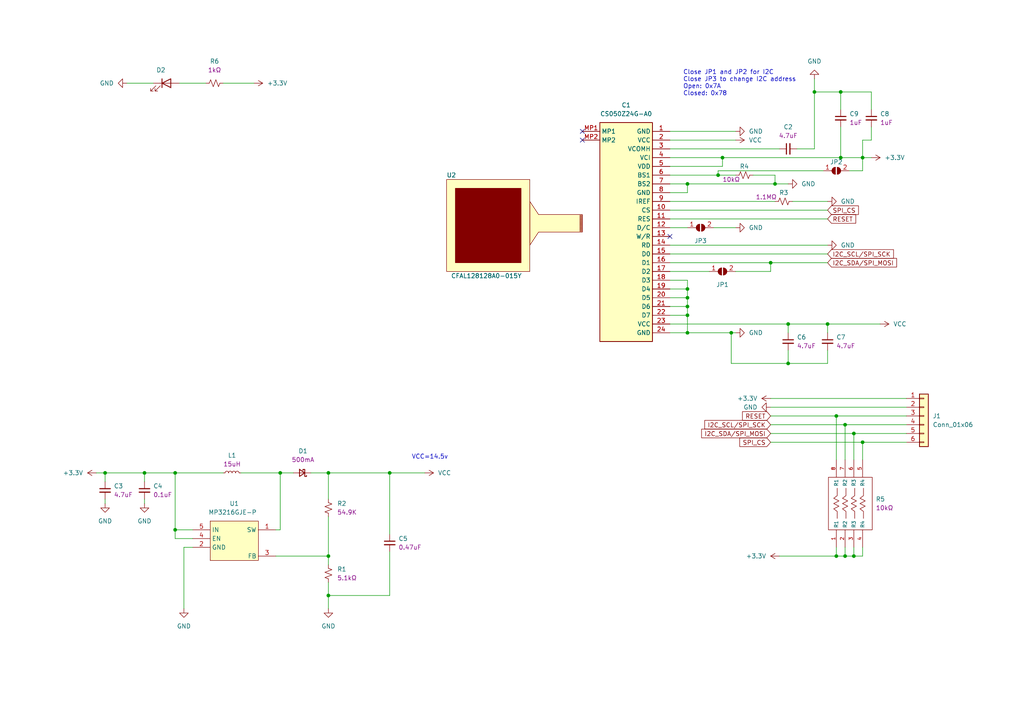
<source format=kicad_sch>
(kicad_sch (version 20230121) (generator eeschema)
  (paper "A4")
  (lib_symbols
    (symbol "Connector_Generic:Conn_01x06" (pin_names (offset 1.016) hide)
      (property "Reference" "J" (at 0 7.62 0))
      (property "Value" "Conn_01x06" (at 0 -10.16 0))
      (symbol "Conn_01x06_1_1"
        (rectangle (start -1.27 -7.493) (end 0 -7.747) (stroke (width 0.1524)))
        (rectangle (start -1.27 -4.953) (end 0 -5.207) (stroke (width 0.1524)))
        (rectangle (start -1.27 -2.413) (end 0 -2.667) (stroke (width 0.1524)))
        (rectangle (start -1.27 0.127) (end 0 -0.127) (stroke (width 0.1524)))
        (rectangle (start -1.27 2.667) (end 0 2.413) (stroke (width 0.1524)))
        (rectangle (start -1.27 5.207) (end 0 4.953) (stroke (width 0.1524)))
        (rectangle (start -1.27 6.35) (end 1.27 -8.89) (stroke (width 0.254)) (fill (type background)))
        (pin passive line (at -5.08 5.08 0) (length 3.81) (name "Pin_1") (number "1"))
        (pin passive line (at -5.08 2.54 0) (length 3.81) (name "Pin_2") (number "2"))
        (pin passive line (at -5.08 0 0) (length 3.81) (name "Pin_3") (number "3"))
        (pin passive line (at -5.08 -2.54 0) (length 3.81) (name "Pin_4") (number "4"))
        (pin passive line (at -5.08 -5.08 0) (length 3.81) (name "Pin_5") (number "5"))
        (pin passive line (at -5.08 -7.62 0) (length 3.81) (name "Pin_6") (number "6"))
      )
    )
    (symbol "Jumper:SolderJumper_2_Open" (pin_names (offset 0) hide)
      (property "Reference" "JP" (at 0 2.032 0))
      (property "Value" "SolderJumper_2_Open" (at 0 -2.54 0))
      (symbol "SolderJumper_2_Open_0_1"
        (arc (start -0.254 1.016) (mid -1.2656 0) (end -0.254 -1.016))
        (arc (start -0.254 1.016) (mid -1.2656 0) (end -0.254 -1.016) (fill (type outline)))
        (polyline (pts (xy -0.254 1.016) (xy -0.254 -1.016)))
        (polyline (pts (xy 0.254 1.016) (xy 0.254 -1.016)))
        (arc (start 0.254 -1.016) (mid 1.2656 0) (end 0.254 1.016))
        (arc (start 0.254 -1.016) (mid 1.2656 0) (end 0.254 1.016) (fill (type outline)))
      )
      (symbol "SolderJumper_2_Open_1_1"
        (pin passive line (at -3.81 0 0) (length 2.54) (name "A") (number "1"))
        (pin passive line (at 3.81 0 180) (length 2.54) (name "B") (number "2"))
      )
    )
    (symbol "downloaded_parts:B0540WS-TP" (pin_numbers hide) (pin_names (offset 0.254) hide)
      (property "Reference" "D" (at -1.27 2.032 0))
      (property "Current" "500mA" (at 0 -2.54 0))
      (symbol "B0540WS-TP_0_1"
        (polyline (pts (xy -0.762 0) (xy 0.762 0)))
        (polyline (pts (xy 0.762 -1.016) (xy -0.762 0) (xy 0.762 1.016) (xy 0.762 -1.016)) (stroke (width 0.254)))
        (polyline (pts (xy -1.27 0.762) (xy -1.27 1.016) (xy -0.762 1.016) (xy -0.762 -1.016) (xy -0.254 -1.016) (xy -0.254 -0.762)) (stroke (width 0.254)))
      )
      (symbol "B0540WS-TP_1_1"
        (pin passive line (at -2.54 0 0) (length 1.778) (name "K") (number "1"))
        (pin passive line (at 2.54 0 180) (length 1.778) (name "A") (number "2"))
      )
    )
    (symbol "downloaded_parts:CFAL128128A0-015Y"
      (property "Reference" "U" (at -15.24 7.62 0))
      (property "Value" "CFAL128128A0-015Y" (at 0 0 0))
      (symbol "CFAL128128A0-015Y_1_1"
        (rectangle (start -13.97 5.08) (end 12.7 -19.05) (fill (type background)))
        (rectangle (start -11.43 2.54) (end 10.16 -16.51) (fill (type outline)))
        (polyline (pts (xy -2.286 -34.29) (xy -2.286 -33.528)))
        (polyline (pts (xy -2.032 -34.29) (xy -2.032 -33.528)))
        (polyline (pts (xy -1.778 -34.29) (xy -1.778 -33.528)))
        (polyline (pts (xy -1.524 -34.29) (xy -1.524 -33.528)))
        (polyline (pts (xy -1.27 -34.29) (xy -1.27 -33.528)))
        (polyline (pts (xy -1.016 -34.29) (xy -1.016 -33.528)))
        (polyline (pts (xy -0.762 -34.29) (xy -0.762 -33.528)))
        (polyline (pts (xy -0.508 -34.29) (xy -0.508 -33.528)))
        (polyline (pts (xy -0.254 -34.29) (xy -0.254 -33.528)))
        (polyline (pts (xy 0 -34.29) (xy 0 -33.528)))
        (polyline (pts (xy 0.254 -34.29) (xy 0.254 -33.528)))
        (polyline (pts (xy 0.508 -34.29) (xy 0.508 -33.528)))
        (polyline (pts (xy 0.762 -34.29) (xy 0.762 -33.528)))
        (polyline (pts (xy 1.016 -34.29) (xy 1.016 -33.528)))
        (polyline (pts (xy 1.27 -34.29) (xy 1.27 -33.528)))
        (polyline (pts (xy 1.524 -34.29) (xy 1.524 -33.528)))
        (polyline (pts (xy 1.778 -34.29) (xy 1.778 -33.528)))
        (polyline (pts (xy 2.032 -34.29) (xy 2.032 -33.528)))
        (polyline (pts (xy 2.286 -34.29) (xy 2.286 -33.528)))
        (polyline (pts (xy -6.35 -19.05) (xy -2.54 -21.59) (xy -2.54 -34.29) (xy 2.54 -34.29) (xy 2.54 -21.59) (xy 6.35 -19.05) (xy -6.35 -19.05)) (fill (type background)))
      )
    )
    (symbol "downloaded_parts:CL21A475KAQNNNE" (pin_numbers hide) (pin_names (offset 0.254) hide)
      (property "Reference" "C" (at 2.794 1.778 0))
      (property "Capacitance" "4.7uF" (at 5.08 0 0))
      (symbol "CL21A475KAQNNNE_0_1"
        (polyline (pts (xy -1.524 -0.508) (xy 1.524 -0.508)) (stroke (width 0.3302)))
        (polyline (pts (xy -1.524 0.508) (xy 1.524 0.508)) (stroke (width 0.3048)))
      )
      (symbol "CL21A475KAQNNNE_1_1"
        (pin passive line (at 0 2.54 270) (length 2.032) (name "~") (number "1"))
        (pin passive line (at 0 -2.54 90) (length 2.032) (name "~") (number "2"))
      )
    )
    (symbol "downloaded_parts:CL21B104KBCNNNC" (pin_numbers hide) (pin_names (offset 0.254) hide)
      (property "Reference" "C" (at 2.794 1.778 0))
      (property "Capacitance" "0.1uF" (at 5.08 0 0))
      (symbol "CL21B104KBCNNNC_0_1"
        (polyline (pts (xy -1.524 -0.508) (xy 1.524 -0.508)) (stroke (width 0.3302)))
        (polyline (pts (xy -1.524 0.508) (xy 1.524 0.508)) (stroke (width 0.3048)))
      )
      (symbol "CL21B104KBCNNNC_1_1"
        (pin passive line (at 0 2.54 270) (length 2.032) (name "~") (number "1"))
        (pin passive line (at 0 -2.54 90) (length 2.032) (name "~") (number "2"))
      )
    )
    (symbol "downloaded_parts:CL21B105KBFNNNG" (pin_numbers hide) (pin_names (offset 0.254) hide)
      (property "Reference" "C" (at 2.794 1.778 0))
      (property "Capacitance" "1uF" (at 5.08 0 0))
      (symbol "CL21B105KBFNNNG_0_1"
        (polyline (pts (xy -1.524 -0.508) (xy 1.524 -0.508)) (stroke (width 0.3302)))
        (polyline (pts (xy -1.524 0.508) (xy 1.524 0.508)) (stroke (width 0.3048)))
      )
      (symbol "CL21B105KBFNNNG_1_1"
        (pin passive line (at 0 2.54 270) (length 2.032) (name "~") (number "1"))
        (pin passive line (at 0 -2.54 90) (length 2.032) (name "~") (number "2"))
      )
    )
    (symbol "downloaded_parts:CS050Z24G-A0"
      (property "Reference" "C1" (at 12.7 7.62 0))
      (property "Value" "CS050Z24G-A0" (at 12.7 5.08 0))
      (symbol "CS050Z24G-A0_1_1"
        (rectangle (start 5.08 2.54) (end 20.32 -60.96) (stroke (width 0.254)) (fill (type background)))
        (pin passive line (at 25.4 0 180) (length 5.08) (name "GND") (number "1"))
        (pin passive line (at 25.4 -22.86 180) (length 5.08) (name "CS") (number "10"))
        (pin passive line (at 25.4 -25.4 180) (length 5.08) (name "RES") (number "11"))
        (pin passive line (at 25.4 -27.94 180) (length 5.08) (name "D/C") (number "12"))
        (pin passive line (at 25.4 -30.48 180) (length 5.08) (name "W/R") (number "13"))
        (pin passive line (at 25.4 -33.02 180) (length 5.08) (name "RD") (number "14"))
        (pin passive line (at 25.4 -35.56 180) (length 5.08) (name "D0") (number "15"))
        (pin passive line (at 25.4 -38.1 180) (length 5.08) (name "D1") (number "16"))
        (pin passive line (at 25.4 -40.64 180) (length 5.08) (name "D2") (number "17"))
        (pin passive line (at 25.4 -43.18 180) (length 5.08) (name "D3") (number "18"))
        (pin passive line (at 25.4 -45.72 180) (length 5.08) (name "D4") (number "19"))
        (pin passive line (at 25.4 -2.54 180) (length 5.08) (name "VCC") (number "2"))
        (pin passive line (at 25.4 -48.26 180) (length 5.08) (name "D5") (number "20"))
        (pin passive line (at 25.4 -50.8 180) (length 5.08) (name "D6") (number "21"))
        (pin passive line (at 25.4 -53.34 180) (length 5.08) (name "D7") (number "22"))
        (pin passive line (at 25.4 -55.88 180) (length 5.08) (name "VCC") (number "23"))
        (pin passive line (at 25.4 -58.42 180) (length 5.08) (name "GND") (number "24"))
        (pin passive line (at 25.4 -5.08 180) (length 5.08) (name "VCOMH") (number "3"))
        (pin passive line (at 25.4 -7.62 180) (length 5.08) (name "VCI") (number "4"))
        (pin passive line (at 25.4 -10.16 180) (length 5.08) (name "VDD") (number "5"))
        (pin passive line (at 25.4 -12.7 180) (length 5.08) (name "BS1") (number "6"))
        (pin passive line (at 25.4 -15.24 180) (length 5.08) (name "BS2") (number "7"))
        (pin passive line (at 25.4 -17.78 180) (length 5.08) (name "GND") (number "8"))
        (pin passive line (at 25.4 -20.32 180) (length 5.08) (name "IREF") (number "9"))
        (pin passive line (at 0 0 0) (length 5.08) (name "MP1") (number "MP1"))
        (pin passive line (at 0 -2.54 0) (length 5.08) (name "MP2") (number "MP2"))
      )
    )
    (symbol "downloaded_parts:MP3216GJE-P"
      (property "Reference" "U1" (at -0.635 12.7 0))
      (property "Value" "MP3216GJE-P " (at -0.635 10.16 0))
      (symbol "MP3216GJE-P_1_1"
        (rectangle (start -7.62 7.62) (end 6.35 -3.81) (fill (type background)))
        (pin output line (at 11.43 5.08 180) (length 5.08) (name "SW") (number "1"))
        (pin power_in line (at -12.7 0 0) (length 5.08) (name "GND") (number "2"))
        (pin input line (at 11.43 -2.54 180) (length 5.08) (name "FB") (number "3"))
        (pin input line (at -12.7 2.54 0) (length 5.08) (name "EN") (number "4"))
        (pin input line (at -12.7 5.08 0) (length 5.08) (name "IN") (number "5"))
      )
    )
    (symbol "downloaded_parts:QBLP615-R" (pin_numbers hide) (pin_names (offset 1.016) hide)
      (property "Reference" "D" (at 0 2.54 0))
      (symbol "QBLP615-R_0_1"
        (polyline (pts (xy -1.27 -1.27) (xy -1.27 1.27)) (stroke (width 0.254)))
        (polyline (pts (xy -1.27 0) (xy 1.27 0)))
        (polyline (pts (xy 1.27 -1.27) (xy 1.27 1.27) (xy -1.27 0) (xy 1.27 -1.27)) (stroke (width 0.254)))
        (polyline (pts (xy -3.048 -0.762) (xy -4.572 -2.286) (xy -3.81 -2.286) (xy -4.572 -2.286) (xy -4.572 -1.524)))
        (polyline (pts (xy -1.778 -0.762) (xy -3.302 -2.286) (xy -2.54 -2.286) (xy -3.302 -2.286) (xy -3.302 -1.524)))
      )
      (symbol "QBLP615-R_1_1"
        (pin passive line (at -3.81 0 0) (length 2.54) (name "K") (number "1"))
        (pin passive line (at 3.81 0 180) (length 2.54) (name "A") (number "2"))
      )
    )
    (symbol "downloaded_parts:RC0805FR-071M1L" (pin_numbers hide) (pin_names (offset 0.254) hide)
      (property "Reference" "R" (at 1.27 2.54 0))
      (property "Resistance" "1.1MΩ" (at 5.08 0 0))
      (symbol "RC0805FR-071M1L_1_1"
        (polyline (pts (xy 0 0) (xy 1.016 -0.381) (xy 0 -0.762) (xy -1.016 -1.143) (xy 0 -1.524)))
        (polyline (pts (xy 0 1.524) (xy 1.016 1.143) (xy 0 0.762) (xy -1.016 0.381) (xy 0 0)))
        (pin passive line (at 0 2.54 270) (length 1.016) (name "~") (number "1"))
        (pin passive line (at 0 -2.54 90) (length 1.016) (name "~") (number "2"))
      )
    )
    (symbol "downloaded_parts:RC0805FR-0754K9L" (pin_numbers hide) (pin_names (offset 0.254) hide)
      (property "Reference" "R" (at 2.032 0.508 0))
      (property "Resistance" "54.9K" (at 3.81 -1.27 0))
      (symbol "RC0805FR-0754K9L_1_1"
        (polyline (pts (xy 0 0) (xy 1.016 -0.381) (xy 0 -0.762) (xy -1.016 -1.143) (xy 0 -1.524)))
        (polyline (pts (xy 0 1.524) (xy 1.016 1.143) (xy 0 0.762) (xy -1.016 0.381) (xy 0 0)))
        (pin passive line (at 0 2.54 270) (length 1.016) (name "~") (number "1"))
        (pin passive line (at 0 -2.54 90) (length 1.016) (name "~") (number "2"))
      )
    )
    (symbol "downloaded_parts:RC0805FR-075K1L" (pin_numbers hide) (pin_names (offset 0.254) hide)
      (property "Reference" "R" (at 1.27 0.508 0))
      (property "Resistance" "5.1kΩ" (at 5.588 0.508 0))
      (symbol "RC0805FR-075K1L_1_1"
        (polyline (pts (xy 0 0) (xy 1.016 -0.381) (xy 0 -0.762) (xy -1.016 -1.143) (xy 0 -1.524)))
        (polyline (pts (xy 0 1.524) (xy 1.016 1.143) (xy 0 0.762) (xy -1.016 0.381) (xy 0 0)))
        (pin passive line (at 0 2.54 270) (length 1.016) (name "~") (number "1"))
        (pin passive line (at 0 -2.54 90) (length 1.016) (name "~") (number "2"))
      )
    )
    (symbol "downloaded_parts:RC0805JR-0710KL" (pin_numbers hide) (pin_names (offset 0.254) hide)
      (property "Reference" "R" (at 1.27 2.54 0))
      (property "Resistance" "10kΩ" (at 5.08 0 0))
      (symbol "RC0805JR-0710KL_1_1"
        (polyline (pts (xy 0 0) (xy 1.016 -0.381) (xy 0 -0.762) (xy -1.016 -1.143) (xy 0 -1.524)))
        (polyline (pts (xy 0 1.524) (xy 1.016 1.143) (xy 0 0.762) (xy -1.016 0.381) (xy 0 0)))
        (pin passive line (at 0 2.54 270) (length 1.016) (name "~") (number "1"))
        (pin passive line (at 0 -2.54 90) (length 1.016) (name "~") (number "2"))
      )
    )
    (symbol "downloaded_parts:RNCP0805FTD1K00" (pin_numbers hide) (pin_names (offset 0.254) hide)
      (property "Reference" "R" (at 1.27 0.508 0))
      (property "Resistance" "1kΩ" (at 5.588 0.508 0))
      (symbol "RNCP0805FTD1K00_1_1"
        (polyline (pts (xy 0 0) (xy 1.016 -0.381) (xy 0 -0.762) (xy -1.016 -1.143) (xy 0 -1.524)))
        (polyline (pts (xy 0 1.524) (xy 1.016 1.143) (xy 0 0.762) (xy -1.016 0.381) (xy 0 0)))
        (pin passive line (at 0 2.54 270) (length 1.016) (name "~") (number "1"))
        (pin passive line (at 0 -2.54 90) (length 1.016) (name "~") (number "2"))
      )
    )
    (symbol "downloaded_parts:SDEM25201B-150MS" (pin_numbers hide) (pin_names (offset 0.254) hide)
      (property "Reference" "L" (at 1.27 2.54 0))
      (property "Inductance" "15uH" (at 3.81 0 0))
      (symbol "SDEM25201B-150MS_0_1"
        (arc (start 0 -2.032) (mid 0.5058 -1.524) (end 0 -1.016))
        (arc (start 0 -1.016) (mid 0.5058 -0.508) (end 0 0))
        (arc (start 0 0) (mid 0.5058 0.508) (end 0 1.016))
        (arc (start 0 1.016) (mid 0.5058 1.524) (end 0 2.032))
      )
      (symbol "SDEM25201B-150MS_1_1"
        (pin passive line (at 0 2.54 270) (length 0.508) (name "~") (number "1"))
        (pin passive line (at 0 -2.54 90) (length 0.508) (name "~") (number "2"))
      )
    )
    (symbol "downloaded_parts:UMK212B7474KG-T" (pin_numbers hide) (pin_names (offset 0.254) hide)
      (property "Reference" "C" (at 2.794 1.778 0))
      (property "Capacitance" "0.47uF" (at 5.08 0 0))
      (symbol "UMK212B7474KG-T_0_1"
        (polyline (pts (xy -1.524 -0.508) (xy 1.524 -0.508)) (stroke (width 0.3302)))
        (polyline (pts (xy -1.524 0.508) (xy 1.524 0.508)) (stroke (width 0.3048)))
      )
      (symbol "UMK212B7474KG-T_1_1"
        (pin passive line (at 0 2.54 270) (length 2.032) (name "~") (number "1"))
        (pin passive line (at 0 -2.54 90) (length 2.032) (name "~") (number "2"))
      )
    )
    (symbol "downloaded_parts:YC124-JR-0710KL"
      (property "Reference" "R" (at -6.35 7.366 0))
      (property "Resistance" "10kΩ" (at 0 -8.382 0))
      (symbol "YC124-JR-0710KL_0_1"
        (rectangle (start -7.62 6.096) (end 7.62 -6.604))
        (polyline (pts (xy -4.318 -4.064) (xy -2.286 -4.064) (xy -1.524 -3.048) (xy -0.762 -4.572) (xy 0 -3.048) (xy 0.762 -4.572) (xy 1.524 -3.048) (xy 2.286 -4.064) (xy 4.445 -4.064)))
        (polyline (pts (xy -4.318 -1.524) (xy -2.286 -1.524) (xy -1.524 -0.508) (xy -0.762 -2.032) (xy 0 -0.508) (xy 0.762 -2.032) (xy 1.524 -0.508) (xy 2.286 -1.524) (xy 4.445 -1.524)))
        (polyline (pts (xy -4.318 1.016) (xy -2.286 1.016) (xy -1.524 2.032) (xy -0.762 0.508) (xy 0 2.032) (xy 0.762 0.508) (xy 1.524 2.032) (xy 2.286 1.016) (xy 4.445 1.016)))
        (polyline (pts (xy -4.318 3.556) (xy -2.286 3.556) (xy -1.524 4.572) (xy -0.762 3.048) (xy 0 4.572) (xy 0.762 3.048) (xy 1.524 4.572) (xy 2.286 3.556) (xy 4.445 3.556)))
      )
      (symbol "YC124-JR-0710KL_1_0"
        (pin bidirectional line (at -12.7 3.81 0) (length 5.08) (name "R1") (number "1"))
        (pin bidirectional line (at -12.7 1.27 0) (length 5.08) (name "R2") (number "2"))
        (pin bidirectional line (at -12.7 -1.27 0) (length 5.08) (name "R3") (number "3"))
        (pin bidirectional line (at -12.7 -3.81 0) (length 5.08) (name "R4") (number "4"))
        (pin bidirectional line (at 12.7 -3.81 180) (length 5.08) (name "R4") (number "5"))
        (pin bidirectional line (at 12.7 -1.27 180) (length 5.08) (name "R3") (number "6"))
        (pin bidirectional line (at 12.7 1.27 180) (length 5.08) (name "R2") (number "7"))
        (pin bidirectional line (at 12.7 3.81 180) (length 5.08) (name "R1") (number "8"))
      )
    )
    (symbol "power:+3.3V" (power) (pin_names (offset 0))
      (property "Value" "+3.3V" (at 0 3.556 0))
      (symbol "+3.3V_0_1"
        (polyline (pts (xy -0.762 1.27) (xy 0 2.54)))
        (polyline (pts (xy 0 0) (xy 0 2.54)))
        (polyline (pts (xy 0 2.54) (xy 0.762 1.27)))
      )
      (symbol "+3.3V_1_1"
        (pin power_in line (at 0 0 90) (length 0) hide (name "+3.3V") (number "1"))
      )
    )
    (symbol "power:GND" (power) (pin_names (offset 0))
      (property "Value" "GND" (at 0 -3.81 0))
      (symbol "GND_0_1"
        (polyline (pts (xy 0 0) (xy 0 -1.27) (xy 1.27 -1.27) (xy 0 -2.54) (xy -1.27 -1.27) (xy 0 -1.27)))
      )
      (symbol "GND_1_1"
        (pin power_in line (at 0 0 270) (length 0) hide (name "GND") (number "1"))
      )
    )
    (symbol "power:VCC" (power) (pin_names (offset 0))
      (property "Value" "VCC" (at 0 3.81 0))
      (symbol "VCC_0_1"
        (polyline (pts (xy -0.762 1.27) (xy 0 2.54)))
        (polyline (pts (xy 0 0) (xy 0 2.54)))
        (polyline (pts (xy 0 2.54) (xy 0.762 1.27)))
      )
      (symbol "VCC_1_1"
        (pin power_in line (at 0 0 90) (length 0) hide (name "VCC") (number "1"))
      )
    )
  )
  (junction (at 242.57 161.29))
  (junction (at 95.25 161.29))
  (junction (at 81.28 137.16))
  (junction (at 245.11 123.19))
  (junction (at 243.84 45.72))
  (junction (at 212.09 96.52))
  (junction (at 243.84 26.67))
  (junction (at 250.19 45.72))
  (junction (at 199.39 86.36))
  (junction (at 224.79 53.34))
  (junction (at 223.52 76.2))
  (junction (at 250.19 128.27))
  (junction (at 236.22 26.67))
  (junction (at 245.11 161.29))
  (junction (at 208.28 50.8))
  (junction (at 95.25 172.72))
  (junction (at 228.6 105.41))
  (junction (at 199.39 96.52))
  (junction (at 113.03 137.16))
  (junction (at 240.03 93.98))
  (junction (at 247.65 161.29))
  (junction (at 199.39 83.82))
  (junction (at 50.8 137.16))
  (junction (at 95.25 137.16))
  (junction (at 199.39 88.9))
  (junction (at 50.8 153.67))
  (junction (at 247.65 125.73))
  (junction (at 199.39 91.44))
  (junction (at 199.39 53.34))
  (junction (at 41.91 137.16))
  (junction (at 209.55 45.72))
  (junction (at 242.57 120.65))
  (junction (at 30.48 137.16))
  (junction (at 228.6 93.98))
  (no_connect (at 168.91 38.1))
  (no_connect (at 194.31 68.58))
  (no_connect (at 168.91 40.64))
  (wire (pts (xy 50.8 137.16) (xy 64.77 137.16)))
  (wire (pts (xy 194.31 45.72) (xy 209.55 45.72)))
  (wire (pts (xy 250.19 45.72) (xy 250.19 40.64)))
  (wire (pts (xy 53.34 158.75) (xy 53.34 176.53)))
  (wire (pts (xy 242.57 120.65) (xy 262.89 120.65)))
  (wire (pts (xy 95.25 149.86) (xy 95.25 161.29)))
  (wire (pts (xy 194.31 43.18) (xy 226.06 43.18)))
  (wire (pts (xy 250.19 49.53) (xy 250.19 45.72)))
  (wire (pts (xy 218.44 50.8) (xy 224.79 50.8)))
  (wire (pts (xy 36.83 24.13) (xy 44.45 24.13)))
  (wire (pts (xy 199.39 83.82) (xy 199.39 86.36)))
  (wire (pts (xy 194.31 53.34) (xy 199.39 53.34)))
  (wire (pts (xy 80.01 153.67) (xy 81.28 153.67)))
  (wire (pts (xy 199.39 53.34) (xy 224.79 53.34)))
  (wire (pts (xy 243.84 45.72) (xy 250.19 45.72)))
  (wire (pts (xy 194.31 63.5) (xy 240.03 63.5)))
  (wire (pts (xy 247.65 125.73) (xy 247.65 133.35)))
  (wire (pts (xy 194.31 78.74) (xy 205.74 78.74)))
  (wire (pts (xy 245.11 158.75) (xy 245.11 161.29)))
  (wire (pts (xy 52.07 24.13) (xy 59.69 24.13)))
  (wire (pts (xy 228.6 105.41) (xy 212.09 105.41)))
  (wire (pts (xy 231.14 43.18) (xy 236.22 43.18)))
  (wire (pts (xy 223.52 120.65) (xy 242.57 120.65)))
  (wire (pts (xy 194.31 88.9) (xy 199.39 88.9)))
  (wire (pts (xy 113.03 137.16) (xy 123.19 137.16)))
  (wire (pts (xy 199.39 96.52) (xy 212.09 96.52)))
  (wire (pts (xy 194.31 91.44) (xy 199.39 91.44)))
  (wire (pts (xy 90.17 137.16) (xy 95.25 137.16)))
  (wire (pts (xy 208.28 49.53) (xy 208.28 50.8)))
  (wire (pts (xy 27.94 137.16) (xy 30.48 137.16)))
  (wire (pts (xy 223.52 128.27) (xy 250.19 128.27)))
  (wire (pts (xy 250.19 128.27) (xy 262.89 128.27)))
  (wire (pts (xy 242.57 161.29) (xy 245.11 161.29)))
  (wire (pts (xy 194.31 71.12) (xy 240.03 71.12)))
  (wire (pts (xy 194.31 83.82) (xy 199.39 83.82)))
  (wire (pts (xy 242.57 158.75) (xy 242.57 161.29)))
  (wire (pts (xy 194.31 48.26) (xy 209.55 48.26)))
  (wire (pts (xy 229.87 58.42) (xy 240.03 58.42)))
  (wire (pts (xy 30.48 137.16) (xy 30.48 139.7)))
  (wire (pts (xy 240.03 93.98) (xy 240.03 96.52)))
  (wire (pts (xy 95.25 172.72) (xy 113.03 172.72)))
  (wire (pts (xy 41.91 137.16) (xy 41.91 139.7)))
  (wire (pts (xy 64.77 24.13) (xy 73.66 24.13)))
  (wire (pts (xy 194.31 55.88) (xy 199.39 55.88)))
  (wire (pts (xy 194.31 86.36) (xy 199.39 86.36)))
  (wire (pts (xy 194.31 81.28) (xy 199.39 81.28)))
  (wire (pts (xy 236.22 26.67) (xy 243.84 26.67)))
  (wire (pts (xy 243.84 31.75) (xy 243.84 26.67)))
  (wire (pts (xy 208.28 50.8) (xy 213.36 50.8)))
  (wire (pts (xy 247.65 125.73) (xy 262.89 125.73)))
  (wire (pts (xy 81.28 137.16) (xy 81.28 153.67)))
  (wire (pts (xy 95.25 137.16) (xy 113.03 137.16)))
  (wire (pts (xy 95.25 168.91) (xy 95.25 172.72)))
  (wire (pts (xy 95.25 137.16) (xy 95.25 144.78)))
  (wire (pts (xy 228.6 93.98) (xy 228.6 96.52)))
  (wire (pts (xy 226.06 161.29) (xy 242.57 161.29)))
  (wire (pts (xy 30.48 144.78) (xy 30.48 146.05)))
  (wire (pts (xy 30.48 137.16) (xy 41.91 137.16)))
  (wire (pts (xy 50.8 153.67) (xy 50.8 156.21)))
  (wire (pts (xy 209.55 48.26) (xy 209.55 45.72)))
  (wire (pts (xy 228.6 101.6) (xy 228.6 105.41)))
  (wire (pts (xy 199.39 81.28) (xy 199.39 83.82)))
  (wire (pts (xy 194.31 60.96) (xy 240.03 60.96)))
  (wire (pts (xy 194.31 73.66) (xy 240.03 73.66)))
  (wire (pts (xy 113.03 137.16) (xy 113.03 154.94)))
  (wire (pts (xy 199.39 86.36) (xy 199.39 88.9)))
  (wire (pts (xy 236.22 26.67) (xy 236.22 43.18)))
  (wire (pts (xy 252.73 26.67) (xy 243.84 26.67)))
  (wire (pts (xy 228.6 93.98) (xy 240.03 93.98)))
  (wire (pts (xy 199.39 88.9) (xy 199.39 91.44)))
  (wire (pts (xy 240.03 105.41) (xy 228.6 105.41)))
  (wire (pts (xy 252.73 40.64) (xy 252.73 36.83)))
  (wire (pts (xy 246.38 49.53) (xy 250.19 49.53)))
  (wire (pts (xy 223.52 125.73) (xy 247.65 125.73)))
  (wire (pts (xy 199.39 91.44) (xy 199.39 96.52)))
  (wire (pts (xy 95.25 161.29) (xy 95.25 163.83)))
  (wire (pts (xy 243.84 36.83) (xy 243.84 45.72)))
  (wire (pts (xy 194.31 58.42) (xy 224.79 58.42)))
  (wire (pts (xy 194.31 38.1) (xy 213.36 38.1)))
  (wire (pts (xy 207.01 66.04) (xy 213.36 66.04)))
  (wire (pts (xy 240.03 93.98) (xy 255.27 93.98)))
  (wire (pts (xy 245.11 161.29) (xy 247.65 161.29)))
  (wire (pts (xy 194.31 96.52) (xy 199.39 96.52)))
  (wire (pts (xy 236.22 22.86) (xy 236.22 26.67)))
  (wire (pts (xy 209.55 45.72) (xy 243.84 45.72)))
  (wire (pts (xy 194.31 66.04) (xy 199.39 66.04)))
  (wire (pts (xy 250.19 40.64) (xy 252.73 40.64)))
  (wire (pts (xy 50.8 153.67) (xy 50.8 137.16)))
  (wire (pts (xy 223.52 76.2) (xy 240.03 76.2)))
  (wire (pts (xy 223.52 118.11) (xy 262.89 118.11)))
  (wire (pts (xy 50.8 156.21) (xy 55.88 156.21)))
  (wire (pts (xy 194.31 40.64) (xy 213.36 40.64)))
  (wire (pts (xy 113.03 160.02) (xy 113.03 172.72)))
  (wire (pts (xy 250.19 45.72) (xy 252.73 45.72)))
  (wire (pts (xy 250.19 128.27) (xy 250.19 133.35)))
  (wire (pts (xy 223.52 115.57) (xy 262.89 115.57)))
  (wire (pts (xy 55.88 153.67) (xy 50.8 153.67)))
  (wire (pts (xy 69.85 137.16) (xy 81.28 137.16)))
  (wire (pts (xy 194.31 93.98) (xy 228.6 93.98)))
  (wire (pts (xy 224.79 50.8) (xy 224.79 53.34)))
  (wire (pts (xy 223.52 78.74) (xy 223.52 76.2)))
  (wire (pts (xy 41.91 144.78) (xy 41.91 146.05)))
  (wire (pts (xy 212.09 105.41) (xy 212.09 96.52)))
  (wire (pts (xy 245.11 123.19) (xy 262.89 123.19)))
  (wire (pts (xy 212.09 96.52) (xy 213.36 96.52)))
  (wire (pts (xy 194.31 76.2) (xy 223.52 76.2)))
  (wire (pts (xy 199.39 53.34) (xy 199.39 55.88)))
  (wire (pts (xy 41.91 137.16) (xy 50.8 137.16)))
  (wire (pts (xy 224.79 53.34) (xy 228.6 53.34)))
  (wire (pts (xy 238.76 49.53) (xy 208.28 49.53)))
  (wire (pts (xy 245.11 123.19) (xy 245.11 133.35)))
  (wire (pts (xy 80.01 161.29) (xy 95.25 161.29)))
  (wire (pts (xy 194.31 50.8) (xy 208.28 50.8)))
  (wire (pts (xy 213.36 78.74) (xy 223.52 78.74)))
  (wire (pts (xy 242.57 120.65) (xy 242.57 133.35)))
  (wire (pts (xy 95.25 172.72) (xy 95.25 176.53)))
  (wire (pts (xy 81.28 137.16) (xy 85.09 137.16)))
  (wire (pts (xy 223.52 123.19) (xy 245.11 123.19)))
  (wire (pts (xy 250.19 158.75) (xy 250.19 161.29)))
  (wire (pts (xy 247.65 161.29) (xy 250.19 161.29)))
  (wire (pts (xy 247.65 161.29) (xy 247.65 158.75)))
  (wire (pts (xy 240.03 101.6) (xy 240.03 105.41)))
  (wire (pts (xy 252.73 31.75) (xy 252.73 26.67)))
  (wire (pts (xy 55.88 158.75) (xy 53.34 158.75)))
  (text "VCC=14.5v" (at 119.38 133.35 0) (effects (font (size 1.27 1.27)) (justify left bottom)))
  (text "Close JP1 and JP2 for I2C\nClose JP3 to change I2C address\nOpen: 0x7A\nClosed: 0x78" (at 198.12 27.94 0) (effects (font (size 1.27 1.27)) (justify left bottom)))
  (global_label "I2C_SDA{slash}SPI_MOSI" (shape input) (at 240.03 76.2 0) (property "Intersheetrefs" "${INTERSHEET_REFS}" (effects hide)))
  (global_label "I2C_SCL{slash}SPI_SCK" (shape input) (at 240.03 73.66 0) (property "Intersheetrefs" "${INTERSHEET_REFS}" (effects hide)))
  (global_label "I2C_SDA{slash}SPI_MOSI" (shape input) (at 223.52 125.73 180) (property "Intersheetrefs" "${INTERSHEET_REFS}" (effects hide)))
  (global_label "I2C_SCL{slash}SPI_SCK" (shape input) (at 223.52 123.19 180) (property "Intersheetrefs" "${INTERSHEET_REFS}" (effects hide)))
  (global_label "RESET" (shape input) (at 223.52 120.65 180) (property "Intersheetrefs" "${INTERSHEET_REFS}" (effects hide)))
  (global_label "RESET" (shape input) (at 240.03 63.5 0) (property "Intersheetrefs" "${INTERSHEET_REFS}" (effects hide)))
  (global_label "SPI_CS" (shape input) (at 240.03 60.96 0) (property "Intersheetrefs" "${INTERSHEET_REFS}" (effects hide)))
  (global_label "SPI_CS" (shape input) (at 223.52 128.27 180) (property "Intersheetrefs" "${INTERSHEET_REFS}" (effects hide)))
  (symbol (lib_id "power:GND") (at 36.83 24.13 270) (unit 1)
    (property "Reference" "#PWR021" (effects hide))
    (property "Value" "GND" (at 33.02 24.13 90) (effects (justify right)))
  )
  (symbol (lib_id "downloaded_parts:MP3216GJE-P") (at 68.58 158.75 0) (unit 1)
    (property "Reference" "U1" (at 67.945 146.05 0))
    (property "Value" "MP3216GJE-P " (at 67.945 148.59 0))
    (property "Footprint" "Package_TO_SOT_SMD:SOT-23-5" (effects hide))
    (property "Datasheet" "https://www.mouser.com/datasheet/2/277/MP3216-2945682.pdf" (effects hide))
    (property "Input voltage" "2.5-6v" (effects hide))
    (property "Output voltage" "0-36v" (effects hide))
    (property "Output Current" "750mA" (effects hide))
  )
  (symbol (lib_id "power:VCC") (at 123.19 137.16 270) (unit 1)
    (property "Reference" "#PWR012" (effects hide))
    (property "Value" "VCC" (at 127 137.16 90) (effects (justify left)))
  )
  (symbol (lib_id "power:GND") (at 213.36 96.52 90) (unit 1)
    (property "Reference" "#PWR02" (effects hide))
    (property "Value" "GND" (at 217.17 96.52 90) (effects (justify right)))
  )
  (symbol (lib_id "Jumper:SolderJumper_2_Open") (at 203.2 66.04 0) (unit 1)
    (property "Reference" "JP3" (at 203.2 69.85 0))
    (property "Value" "SolderJumper_2_Open" (effects hide))
    (property "Footprint" "Jumper:SolderJumper-2_P1.3mm_Open_RoundedPad1.0x1.5mm" (effects hide))
  )
  (symbol (lib_id "power:GND") (at 30.48 146.05 0) (unit 1)
    (property "Reference" "#PWR07" (effects hide))
    (property "Value" "GND" (at 30.48 151.13 0))
  )
  (symbol (lib_id "Jumper:SolderJumper_2_Open") (at 209.55 78.74 0) (unit 1)
    (property "Reference" "JP1" (at 209.55 82.55 0))
    (property "Value" "SolderJumper_2_Open" (effects hide))
    (property "Footprint" "Jumper:SolderJumper-2_P1.3mm_Open_RoundedPad1.0x1.5mm" (effects hide))
  )
  (symbol (lib_id "downloaded_parts:RC0805JR-0710KL") (at 215.9 50.8 90) (unit 1)
    (property "Reference" "R4" (at 215.9 48.26 90))
    (property "Value" "RC0805JR-0710KL" (effects hide))
    (property "Footprint" "Resistor_SMD:R_0805_2012Metric_Pad1.20x1.40mm_HandSolder" (effects hide))
    (property "Datasheet" "https://www.yageo.com/upload/media/product/productsearch/datasheet/rchip/PYu-RC_Group_51_RoHS_L_12.pdf" (effects hide))
    (property "Resistance" "10kΩ" (at 212.09 52.07 90))
  )
  (symbol (lib_id "power:GND") (at 213.36 38.1 90) (unit 1)
    (property "Reference" "#PWR01" (effects hide))
    (property "Value" "GND" (at 217.17 38.1 90) (effects (justify right)))
  )
  (symbol (lib_id "power:+3.3V") (at 223.52 115.57 90) (unit 1)
    (property "Reference" "#PWR017" (effects hide))
    (property "Value" "+3.3V" (at 219.71 115.57 90) (effects (justify left)))
  )
  (symbol (lib_id "power:GND") (at 240.03 71.12 90) (unit 1)
    (property "Reference" "#PWR015" (effects hide))
    (property "Value" "GND" (at 243.84 71.12 90) (effects (justify right)))
  )
  (symbol (lib_id "downloaded_parts:RC0805FR-0754K9L") (at 95.25 147.32 0) (unit 1)
    (property "Reference" "R2" (at 97.79 146.05 0) (effects (justify left)))
    (property "Value" "RC0805FR-0754K9L" (effects hide))
    (property "Footprint" "Resistor_SMD:R_0805_2012Metric_Pad1.20x1.40mm_HandSolder" (effects hide))
    (property "Datasheet" "https://www.yageo.com/upload/media/product/productsearch/datasheet/rchip/PYu-RC_Group_51_RoHS_L_12.pdf" (effects hide))
    (property "Resistance" "54.9K" (at 97.79 148.59 0) (effects (justify left)))
  )
  (symbol (lib_id "downloaded_parts:CL21A475KAQNNNE") (at 228.6 99.06 0) (unit 1)
    (property "Reference" "C6" (at 231.14 97.7963 0) (effects (justify left)))
    (property "Value" "CL21A475KAQNNNE" (effects hide))
    (property "Footprint" "dowloaded_parts:0805_cap" (effects hide))
    (property "Datasheet" "https://media.digikey.com/pdf/Data%20Sheets/Samsung%20PDFs/CL21A106KOQNNNE_Spec.pdf" (effects hide))
    (property "Capacitance" "4.7uF" (at 231.14 100.3363 0) (effects (justify left)))
    (property "Tolerance" "10%" (effects hide))
    (property "Voltage" "25v" (effects hide))
  )
  (symbol (lib_id "power:VCC") (at 255.27 93.98 270) (unit 1)
    (property "Reference" "#PWR03" (effects hide))
    (property "Value" "VCC" (at 259.08 93.98 90) (effects (justify left)))
  )
  (symbol (lib_id "downloaded_parts:B0540WS-TP") (at 87.63 137.16 180) (unit 1)
    (property "Reference" "D1" (at 87.884 130.81 0))
    (property "Value" "B0540WS-TP" (effects hide))
    (property "Footprint" "Diode_SMD:D_SOD-323_HandSoldering" (effects hide))
    (property "Datasheet" "https://www.mccsemi.com/pdf/Products/SS12E-SS110E(SMAE).PDF" (effects hide))
    (property "Current" "500mA" (at 87.884 133.35 0))
    (property "Voltage" "40V" (effects hide))
  )
  (symbol (lib_id "downloaded_parts:YC124-JR-0710KL") (at 246.38 146.05 90) (unit 1)
    (property "Reference" "R5" (at 254 144.78 90) (effects (justify right)))
    (property "Value" "YC124-JR-0710KL" (effects hide))
    (property "Footprint" "dowloaded_parts:Resistor_Array_0805_x4" (effects hide))
    (property "Datasheet" "https://www.yageo.com/upload/media/product/productsearch/datasheet/rchip/PYu-YC_TC_group_51_RoHS_L_9.pdf" (effects hide))
    (property "Resistance" "10kΩ" (at 254 147.32 90) (effects (justify right)))
  )
  (symbol (lib_id "downloaded_parts:CL21A475KAQNNNE") (at 30.48 142.24 0) (unit 1)
    (property "Reference" "C3" (at 33.02 140.9763 0) (effects (justify left)))
    (property "Value" "CL21A475KAQNNNE" (effects hide))
    (property "Footprint" "dowloaded_parts:0805_cap" (effects hide))
    (property "Datasheet" "https://media.digikey.com/pdf/Data%20Sheets/Samsung%20PDFs/CL21A106KOQNNNE_Spec.pdf" (effects hide))
    (property "Capacitance" "4.7uF" (at 33.02 143.5163 0) (effects (justify left)))
    (property "Tolerance" "10%" (effects hide))
    (property "Voltage" "25v" (effects hide))
  )
  (symbol (lib_id "downloaded_parts:RC0805FR-071M1L") (at 227.33 58.42 90) (unit 1)
    (property "Reference" "R3" (at 227.33 55.88 90))
    (property "Value" "RC0805FR-071M1L" (effects hide))
    (property "Footprint" "Resistor_SMD:R_0805_2012Metric_Pad1.20x1.40mm_HandSolder" (effects hide))
    (property "Datasheet" "https://www.yageo.com/upload/media/product/productsearch/datasheet/rchip/PYu-RC_Group_51_RoHS_L_12.pdf" (effects hide))
    (property "Resistance" "1.1MΩ" (at 222.25 57.15 90))
    (property "Store Page" "https://www.digikey.com/en/products/detail/yageo/RC0805FR-134K7L/13694180" (effects hide))
  )
  (symbol (lib_id "power:VCC") (at 213.36 40.64 270) (unit 1)
    (property "Reference" "#PWR04" (effects hide))
    (property "Value" "VCC" (at 217.17 40.64 90) (effects (justify left)))
  )
  (symbol (lib_id "downloaded_parts:RNCP0805FTD1K00") (at 62.23 24.13 90) (unit 1)
    (property "Reference" "R6" (at 62.23 17.78 90))
    (property "Value" "RNCP0805FTD1K00" (effects hide))
    (property "Footprint" "Resistor_SMD:R_0805_2012Metric_Pad1.20x1.40mm_HandSolder" (effects hide))
    (property "Datasheet" "https://www.seielect.com/Catalog/SEI-RNCP.pdf" (effects hide))
    (property "Resistance" "1kΩ" (at 62.23 20.32 90))
    (property "Store Page" "https://www.digikey.com/en/products/detail/stackpole-electronics-inc/RNCP0805FTD1K00/2240229" (effects hide))
  )
  (symbol (lib_id "downloaded_parts:CFAL128128A0-015Y") (at 134.62 64.77 90) (unit 1)
    (property "Reference" "U2" (at 129.54 50.8 90) (effects (justify right)))
    (property "Value" "CFAL128128A0-015Y" (at 130.81 80.01 90) (effects (justify right)))
    (property "Footprint" "dowloaded_parts:CFAL128128A0-015" (effects hide))
    (property "Datasheet" "https://www.crystalfontz.com/products/document/3816/CFAL128128A0-015YDatasheet.pdf" (effects hide))
  )
  (symbol (lib_id "power:+3.3V") (at 226.06 161.29 90) (unit 1)
    (property "Reference" "#PWR020" (effects hide))
    (property "Value" "+3.3V" (at 222.25 161.29 90) (effects (justify left)))
  )
  (symbol (lib_id "downloaded_parts:CL21A475KAQNNNE") (at 228.6 43.18 90) (unit 1)
    (property "Reference" "C2" (at 228.6063 36.83 90))
    (property "Value" "CL21A475KAQNNNE" (effects hide))
    (property "Footprint" "dowloaded_parts:0805_cap" (effects hide))
    (property "Datasheet" "https://media.digikey.com/pdf/Data%20Sheets/Samsung%20PDFs/CL21A106KOQNNNE_Spec.pdf" (effects hide))
    (property "Capacitance" "4.7uF" (at 228.6063 39.37 90))
    (property "Tolerance" "10%" (effects hide))
    (property "Voltage" "25v" (effects hide))
  )
  (symbol (lib_id "power:+3.3V") (at 252.73 45.72 270) (unit 1)
    (property "Reference" "#PWR05" (effects hide))
    (property "Value" "+3.3V" (at 256.54 45.72 90) (effects (justify left)))
  )
  (symbol (lib_id "power:GND") (at 228.6 53.34 90) (unit 1)
    (property "Reference" "#PWR013" (effects hide))
    (property "Value" "GND" (at 232.41 53.34 90) (effects (justify right)))
  )
  (symbol (lib_id "downloaded_parts:CS050Z24G-A0") (at 168.91 38.1 0) (unit 1)
    (property "Reference" "C1" (at 181.61 30.48 0))
    (property "Value" "CS050Z24G-A0" (at 181.61 33.02 0))
    (property "Footprint" "dowloaded_parts:CS050Z24GA0" (effects hide))
    (property "Datasheet" "https://www.crystalfontz.com/products/document/4313/CS050ZxxG-A0mm.PDF" (effects hide))
    (property "Height" "2.1" (effects hide))
    (property "Manufacturer_Name" "Crystalfontz America, Incorporated" (effects hide))
    (property "Manufacturer_Part_Number" "CS050Z24G-A0" (effects hide))
  )
  (symbol (lib_id "power:GND") (at 53.34 176.53 0) (unit 1)
    (property "Reference" "#PWR09" (effects hide))
    (property "Value" "GND" (at 53.34 181.61 0))
  )
  (symbol (lib_id "power:+3.3V") (at 27.94 137.16 90) (unit 1)
    (property "Reference" "#PWR08" (effects hide))
    (property "Value" "+3.3V" (at 24.13 137.16 90) (effects (justify left)))
  )
  (symbol (lib_id "power:GND") (at 236.22 22.86 180) (unit 1)
    (property "Reference" "#PWR06" (effects hide))
    (property "Value" "GND" (at 236.22 17.78 0))
  )
  (symbol (lib_id "power:GND") (at 41.91 146.05 0) (unit 1)
    (property "Reference" "#PWR011" (effects hide))
    (property "Value" "GND" (at 41.91 151.13 0))
  )
  (symbol (lib_id "Connector_Generic:Conn_01x06") (at 267.97 120.65 0) (unit 1)
    (property "Reference" "J1" (at 270.51 120.65 0) (effects (justify left)))
    (property "Value" "Conn_01x06" (at 270.51 123.19 0) (effects (justify left)))
    (property "Footprint" "Connector_PinHeader_2.54mm:PinHeader_1x06_P2.54mm_Vertical" (effects hide))
  )
  (symbol (lib_id "power:GND") (at 223.52 118.11 270) (unit 1)
    (property "Reference" "#PWR018" (effects hide))
    (property "Value" "GND" (at 219.71 118.11 90) (effects (justify right)))
  )
  (symbol (lib_id "downloaded_parts:CL21B105KBFNNNG") (at 252.73 34.29 0) (unit 1)
    (property "Reference" "C8" (at 255.27 33.0263 0) (effects (justify left)))
    (property "Value" "CL21B105KBFNNNG" (effects hide))
    (property "Footprint" "dowloaded_parts:0805_cap" (effects hide))
    (property "Datasheet" "https://media.digikey.com/pdf/Data%20Sheets/Samsung%20PDFs/CL21B105KBFNNNG_Spec.pdf" (effects hide))
    (property "Capacitance" "1uF" (at 255.27 35.5663 0) (effects (justify left)))
    (property "Tolerance" "10%" (effects hide))
    (property "Voltage" "50v" (effects hide))
  )
  (symbol (lib_id "downloaded_parts:UMK212B7474KG-T") (at 113.03 157.48 0) (unit 1)
    (property "Reference" "C5" (at 115.57 156.2163 0) (effects (justify left)))
    (property "Value" "UMK212B7474KG-T" (effects hide))
    (property "Footprint" "dowloaded_parts:0805_cap" (effects hide))
    (property "Datasheet" "https://www.digikey.com/en/supplier-centers/taiyo-yuden" (effects hide))
    (property "Capacitance" "0.47uF" (at 115.57 158.7563 0) (effects (justify left)))
    (property "Tolerance" "10%" (effects hide))
    (property "Voltage" "50v" (effects hide))
  )
  (symbol (lib_id "power:GND") (at 95.25 176.53 0) (unit 1)
    (property "Reference" "#PWR010" (effects hide))
    (property "Value" "GND" (at 95.25 181.61 0))
  )
  (symbol (lib_id "Jumper:SolderJumper_2_Open") (at 242.57 49.53 0) (unit 1)
    (property "Reference" "JP2" (at 242.57 46.99 0))
    (property "Value" "SolderJumper_2_Open" (effects hide))
    (property "Footprint" "Jumper:SolderJumper-2_P1.3mm_Open_RoundedPad1.0x1.5mm" (effects hide))
  )
  (symbol (lib_id "power:GND") (at 213.36 66.04 90) (unit 1)
    (property "Reference" "#PWR016" (effects hide))
    (property "Value" "GND" (at 217.17 66.04 90) (effects (justify right)))
  )
  (symbol (lib_id "downloaded_parts:CL21B104KBCNNNC") (at 41.91 142.24 0) (unit 1)
    (property "Reference" "C4" (at 44.45 140.9763 0) (effects (justify left)))
    (property "Value" "CL21B104KBCNNNC" (effects hide))
    (property "Footprint" "dowloaded_parts:0805_cap" (effects hide))
    (property "Datasheet" "https://media.digikey.com/pdf/Data%20Sheets/Samsung%20PDFs/CL21B104KBCNNN_Spec.pdf" (effects hide))
    (property "Capacitance" "0.1uF" (at 44.45 143.5163 0) (effects (justify left)))
    (property "Tolerance" "10%" (effects hide))
    (property "Voltage" "50v" (effects hide))
  )
  (symbol (lib_id "power:GND") (at 240.03 58.42 90) (unit 1)
    (property "Reference" "#PWR014" (effects hide))
    (property "Value" "GND" (at 243.84 58.42 90) (effects (justify right)))
  )
  (symbol (lib_id "power:+3.3V") (at 73.66 24.13 270) (unit 1)
    (property "Reference" "#PWR019" (effects hide))
    (property "Value" "+3.3V" (at 77.47 24.13 90) (effects (justify left)))
  )
  (symbol (lib_id "downloaded_parts:QBLP615-R") (at 48.26 24.13 0) (unit 1)
    (property "Reference" "D2" (at 46.6725 20.32 0))
    (property "Value" "QBLP615-R" (effects hide))
    (property "Footprint" "LED_SMD:LED_1206_3216Metric_Pad1.42x1.75mm_HandSolder" (effects hide))
    (property "Datasheet" "https://www.qt-brightek.com/datasheet/QBLP615_series.pdf" (effects hide))
    (property "Current" "20mA" (effects hide))
  )
  (symbol (lib_id "downloaded_parts:RC0805FR-075K1L") (at 95.25 166.37 0) (unit 1)
    (property "Reference" "R1" (at 97.79 165.1 0) (effects (justify left)))
    (property "Value" "RC0805FR-075K1L" (effects hide))
    (property "Footprint" "Resistor_SMD:R_0805_2012Metric_Pad1.20x1.40mm_HandSolder" (effects hide))
    (property "Datasheet" "https://www.yageo.com/upload/media/product/productsearch/datasheet/rchip/PYu-RC_Group_51_RoHS_L_12.pdf" (effects hide))
    (property "Resistance" "5.1kΩ" (at 97.79 167.64 0) (effects (justify left)))
    (property "Store Page" "https://www.digikey.com/en/products/detail/yageo/RC0805FR-134K7L/13694180" (effects hide))
  )
  (symbol (lib_id "downloaded_parts:SDEM25201B-150MS") (at 67.31 137.16 90) (unit 1)
    (property "Reference" "L1" (at 67.31 132.08 90))
    (property "Value" "SDEM25201B-150MS" (effects hide))
    (property "Footprint" "Inductor_SMD:L_1008_2520Metric_Pad1.43x2.20mm_HandSolder" (effects hide))
    (property "Datasheet" "https://www.cyntec.com/upfile/products/download/SDEM25201B-000%20(A6).pdf" (effects hide))
    (property "Inductance" "15uH" (at 67.31 134.62 90))
  )
  (symbol (lib_id "downloaded_parts:CL21B105KBFNNNG") (at 243.84 34.29 0) (unit 1)
    (property "Reference" "C9" (at 246.38 33.0263 0) (effects (justify left)))
    (property "Value" "CL21B105KBFNNNG" (effects hide))
    (property "Footprint" "dowloaded_parts:0805_cap" (effects hide))
    (property "Datasheet" "https://media.digikey.com/pdf/Data%20Sheets/Samsung%20PDFs/CL21B105KBFNNNG_Spec.pdf" (effects hide))
    (property "Capacitance" "1uF" (at 246.38 35.5663 0) (effects (justify left)))
    (property "Tolerance" "10%" (effects hide))
    (property "Voltage" "50v" (effects hide))
  )
  (symbol (lib_id "downloaded_parts:CL21A475KAQNNNE") (at 240.03 99.06 0) (unit 1)
    (property "Reference" "C7" (at 242.57 97.7963 0) (effects (justify left)))
    (property "Value" "CL21A475KAQNNNE" (effects hide))
    (property "Footprint" "dowloaded_parts:0805_cap" (effects hide))
    (property "Datasheet" "https://media.digikey.com/pdf/Data%20Sheets/Samsung%20PDFs/CL21A106KOQNNNE_Spec.pdf" (effects hide))
    (property "Capacitance" "4.7uF" (at 242.57 100.3363 0) (effects (justify left)))
    (property "Tolerance" "10%" (effects hide))
    (property "Voltage" "25v" (effects hide))
  )
)
</source>
